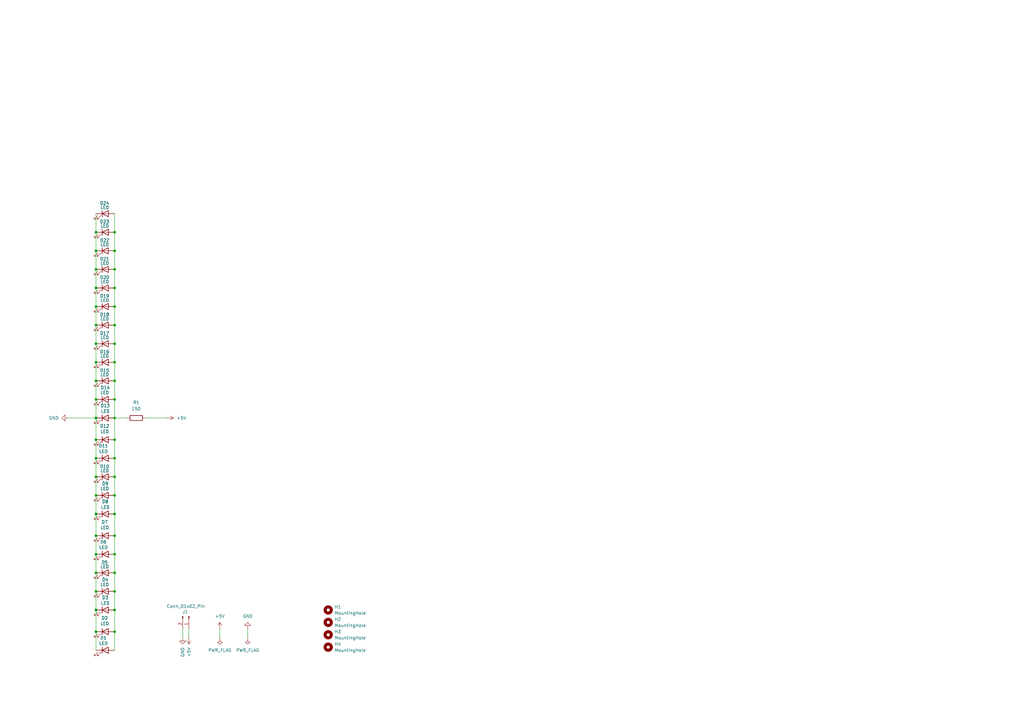
<source format=kicad_sch>
(kicad_sch (version 20231120) (generator "eeschema") (generator_version "8.0")
  (paper "A3")
  (lib_symbols
    (symbol "Connector:Conn_01x02_Pin" (pin_names (offset 1.016) hide)
      (property "Reference" "J" (at 0 2.54 0))
      (property "Value" "Conn_01x02_Pin" (at 0 -5.08 0))
      (symbol "Conn_01x02_Pin_1_1"
        (polyline (pts (xy 1.27 -2.54) (xy 0.8636 -2.54)) (stroke (width 0.1524)))
        (polyline (pts (xy 1.27 0) (xy 0.8636 0)) (stroke (width 0.1524)))
        (rectangle (start 0.8636 -2.413) (end 0 -2.667) (stroke (width 0.1524)) (fill (type outline)))
        (rectangle (start 0.8636 0.127) (end 0 -0.127) (stroke (width 0.1524)) (fill (type outline)))
        (pin passive line (at 5.08 0 180) (length 3.81) (name "Pin_1") (number "1"))
        (pin passive line (at 5.08 -2.54 180) (length 3.81) (name "Pin_2") (number "2"))
      )
    )
    (symbol "Device:LED" (pin_numbers hide) (pin_names (offset 1.016) hide)
      (property "Reference" "D" (at 0 2.54 0))
      (property "Value" "LED" (at 0 -2.54 0))
      (symbol "LED_0_1"
        (polyline (pts (xy -1.27 -1.27) (xy -1.27 1.27)) (stroke (width 0.254)))
        (polyline (pts (xy -1.27 0) (xy 1.27 0)))
        (polyline (pts (xy 1.27 -1.27) (xy 1.27 1.27) (xy -1.27 0) (xy 1.27 -1.27)) (stroke (width 0.254)))
        (polyline (pts (xy -3.048 -0.762) (xy -4.572 -2.286) (xy -3.81 -2.286) (xy -4.572 -2.286) (xy -4.572 -1.524)))
        (polyline (pts (xy -1.778 -0.762) (xy -3.302 -2.286) (xy -2.54 -2.286) (xy -3.302 -2.286) (xy -3.302 -1.524)))
      )
      (symbol "LED_1_1"
        (pin passive line (at -3.81 0 0) (length 2.54) (name "K") (number "1"))
        (pin passive line (at 3.81 0 180) (length 2.54) (name "A") (number "2"))
      )
    )
    (symbol "Device:R" (pin_numbers hide) (pin_names (offset 0))
      (property "Reference" "R" (at 2.032 0 90))
      (property "Value" "R" (at 0 0 90))
      (symbol "R_0_1"
        (rectangle (start -1.016 -2.54) (end 1.016 2.54) (stroke (width 0.254)))
      )
      (symbol "R_1_1"
        (pin passive line (at 0 3.81 270) (length 1.27) (name "~") (number "1"))
        (pin passive line (at 0 -3.81 90) (length 1.27) (name "~") (number "2"))
      )
    )
    (symbol "Mechanical:MountingHole" (pin_names (offset 1.016)) (exclude_from_sim yes) (in_bom no)
      (property "Reference" "H" (at 0 5.08 0))
      (property "Value" "MountingHole" (at 0 3.175 0))
      (symbol "MountingHole_0_1"
        (circle (center 0 0) (radius 1.27) (stroke (width 1.27)))
      )
    )
    (symbol "power:+5V" (power) (pin_numbers hide) (pin_names (offset 0) hide)
      (property "Value" "+5V" (at 0 3.556 0))
      (symbol "+5V_0_1"
        (polyline (pts (xy -0.762 1.27) (xy 0 2.54)))
        (polyline (pts (xy 0 0) (xy 0 2.54)))
        (polyline (pts (xy 0 2.54) (xy 0.762 1.27)))
      )
      (symbol "+5V_1_1"
        (pin power_in line (at 0 0 90) (length 0) (name "~") (number "1"))
      )
    )
    (symbol "power:GND" (power) (pin_numbers hide) (pin_names (offset 0) hide)
      (property "Value" "GND" (at 0 -3.81 0))
      (symbol "GND_0_1"
        (polyline (pts (xy 0 0) (xy 0 -1.27) (xy 1.27 -1.27) (xy 0 -2.54) (xy -1.27 -1.27) (xy 0 -1.27)))
      )
      (symbol "GND_1_1"
        (pin power_in line (at 0 0 270) (length 0) (name "~") (number "1"))
      )
    )
    (symbol "power:PWR_FLAG" (power) (pin_numbers hide) (pin_names (offset 0) hide)
      (property "Value" "PWR_FLAG" (at 0 3.81 0))
      (symbol "PWR_FLAG_0_0"
        (pin power_out line (at 0 0 90) (length 0) (name "~") (number "1"))
      )
      (symbol "PWR_FLAG_0_1"
        (polyline (pts (xy 0 0) (xy 0 1.27) (xy -1.016 1.905) (xy 0 2.54) (xy 1.016 1.905) (xy 0 1.27)))
      )
    )
  )
  (junction (at 46.99 148.59))
  (junction (at 39.37 180.34))
  (junction (at 46.99 163.83))
  (junction (at 46.99 156.21))
  (junction (at 46.99 234.95))
  (junction (at 46.99 171.45))
  (junction (at 39.37 250.19))
  (junction (at 39.37 95.25))
  (junction (at 39.37 203.2))
  (junction (at 46.99 133.35))
  (junction (at 46.99 227.33))
  (junction (at 46.99 242.57))
  (junction (at 39.37 187.96))
  (junction (at 46.99 118.11))
  (junction (at 46.99 95.25))
  (junction (at 39.37 242.57))
  (junction (at 39.37 118.11))
  (junction (at 46.99 187.96))
  (junction (at 46.99 259.08))
  (junction (at 46.99 250.19))
  (junction (at 46.99 140.97))
  (junction (at 46.99 180.34))
  (junction (at 39.37 140.97))
  (junction (at 46.99 219.71))
  (junction (at 39.37 133.35))
  (junction (at 46.99 125.73))
  (junction (at 39.37 102.87))
  (junction (at 39.37 163.83))
  (junction (at 39.37 234.95))
  (junction (at 46.99 102.87))
  (junction (at 39.37 125.73))
  (junction (at 39.37 259.08))
  (junction (at 46.99 210.82))
  (junction (at 39.37 195.58))
  (junction (at 46.99 110.49))
  (junction (at 39.37 219.71))
  (junction (at 39.37 156.21))
  (junction (at 46.99 195.58))
  (junction (at 46.99 203.2))
  (junction (at 39.37 148.59))
  (junction (at 39.37 171.45))
  (junction (at 39.37 110.49))
  (junction (at 39.37 227.33))
  (junction (at 39.37 210.82))
  (wire (pts (xy 46.99 219.71) (xy 46.99 227.33)))
  (wire (pts (xy 39.37 234.95) (xy 39.37 242.57)))
  (wire (pts (xy 46.99 180.34) (xy 46.99 187.96)))
  (wire (pts (xy 46.99 250.19) (xy 46.99 259.08)))
  (wire (pts (xy 46.99 259.08) (xy 46.99 266.7)))
  (wire (pts (xy 39.37 227.33) (xy 39.37 234.95)))
  (wire (pts (xy 39.37 195.58) (xy 39.37 203.2)))
  (wire (pts (xy 46.99 125.73) (xy 46.99 133.35)))
  (wire (pts (xy 39.37 242.57) (xy 39.37 250.19)))
  (wire (pts (xy 46.99 118.11) (xy 46.99 125.73)))
  (wire (pts (xy 39.37 148.59) (xy 39.37 156.21)))
  (wire (pts (xy 46.99 227.33) (xy 46.99 234.95)))
  (wire (pts (xy 39.37 156.21) (xy 39.37 163.83)))
  (wire (pts (xy 39.37 210.82) (xy 39.37 219.71)))
  (wire (pts (xy 39.37 259.08) (xy 39.37 266.7)))
  (wire (pts (xy 101.6 257.81) (xy 101.6 261.62)))
  (wire (pts (xy 39.37 125.73) (xy 39.37 133.35)))
  (wire (pts (xy 90.17 257.81) (xy 90.17 261.62)))
  (wire (pts (xy 46.99 171.45) (xy 52.07 171.45)))
  (wire (pts (xy 39.37 140.97) (xy 39.37 148.59)))
  (wire (pts (xy 74.93 257.81) (xy 74.93 261.62)))
  (wire (pts (xy 39.37 171.45) (xy 39.37 180.34)))
  (wire (pts (xy 46.99 87.63) (xy 46.99 95.25)))
  (wire (pts (xy 46.99 203.2) (xy 46.99 210.82)))
  (wire (pts (xy 39.37 133.35) (xy 39.37 140.97)))
  (wire (pts (xy 39.37 219.71) (xy 39.37 227.33)))
  (wire (pts (xy 46.99 171.45) (xy 46.99 180.34)))
  (wire (pts (xy 39.37 203.2) (xy 39.37 210.82)))
  (wire (pts (xy 46.99 102.87) (xy 46.99 110.49)))
  (wire (pts (xy 39.37 250.19) (xy 39.37 259.08)))
  (wire (pts (xy 39.37 102.87) (xy 39.37 110.49)))
  (wire (pts (xy 39.37 187.96) (xy 39.37 195.58)))
  (wire (pts (xy 39.37 95.25) (xy 39.37 102.87)))
  (wire (pts (xy 77.47 257.81) (xy 77.47 261.62)))
  (wire (pts (xy 46.99 133.35) (xy 46.99 140.97)))
  (wire (pts (xy 46.99 148.59) (xy 46.99 156.21)))
  (wire (pts (xy 39.37 163.83) (xy 39.37 171.45)))
  (wire (pts (xy 46.99 195.58) (xy 46.99 203.2)))
  (wire (pts (xy 46.99 234.95) (xy 46.99 242.57)))
  (wire (pts (xy 46.99 140.97) (xy 46.99 148.59)))
  (wire (pts (xy 39.37 110.49) (xy 39.37 118.11)))
  (wire (pts (xy 46.99 110.49) (xy 46.99 118.11)))
  (wire (pts (xy 46.99 210.82) (xy 46.99 219.71)))
  (wire (pts (xy 46.99 95.25) (xy 46.99 102.87)))
  (wire (pts (xy 46.99 187.96) (xy 46.99 195.58)))
  (wire (pts (xy 46.99 242.57) (xy 46.99 250.19)))
  (wire (pts (xy 27.94 171.45) (xy 39.37 171.45)))
  (wire (pts (xy 39.37 118.11) (xy 39.37 125.73)))
  (wire (pts (xy 46.99 156.21) (xy 46.99 163.83)))
  (wire (pts (xy 46.99 163.83) (xy 46.99 171.45)))
  (wire (pts (xy 59.69 171.45) (xy 68.58 171.45)))
  (wire (pts (xy 39.37 180.34) (xy 39.37 187.96)))
  (wire (pts (xy 39.37 87.63) (xy 39.37 95.25)))
  (symbol (lib_id "Device:LED") (at 43.18 133.35 0) (unit 1)
    (property "Reference" "D18" (at 42.926 129.032 0))
    (property "Value" "LED" (at 42.926 130.81 0))
    (property "Footprint" "LED_THT:LED_D5.0mm" (effects (hide yes)))
    (property "Description" "Light emitting diode" (effects (hide yes)))
  )
  (symbol (lib_id "Device:LED") (at 43.18 140.97 0) (unit 1)
    (property "Reference" "D17" (at 42.926 136.652 0))
    (property "Value" "LED" (at 42.926 138.43 0))
    (property "Footprint" "LED_THT:LED_D5.0mm" (effects (hide yes)))
    (property "Description" "Light emitting diode" (effects (hide yes)))
  )
  (symbol (lib_id "Device:LED") (at 43.18 87.63 0) (unit 1)
    (property "Reference" "D24" (at 42.926 83.312 0))
    (property "Value" "LED" (at 42.926 85.09 0))
    (property "Footprint" "LED_THT:LED_D5.0mm" (effects (hide yes)))
    (property "Description" "Light emitting diode" (effects (hide yes)))
  )
  (symbol (lib_id "power:+5V") (at 77.47 261.62 180) (unit 1)
    (property "Reference" "#PWR03" (effects (hide yes)))
    (property "Value" "+5V" (at 77.4701 265.43 90) (effects (justify left)))
    (property "Description" "Power symbol creates a global label with name \"+5V\"" (effects (hide yes)))
  )
  (symbol (lib_id "Device:LED") (at 43.18 250.19 0) (unit 1)
    (property "Reference" "D3" (at 43.18 245.11 0))
    (property "Value" "LED" (at 43.18 247.396 0))
    (property "Footprint" "LED_THT:LED_D5.0mm" (effects (hide yes)))
    (property "Description" "Light emitting diode" (effects (hide yes)))
  )
  (symbol (lib_id "Mechanical:MountingHole") (at 134.62 265.43 0) (unit 1) (exclude_from_sim yes) (in_bom no)
    (property "Reference" "H4" (at 137.16 264.1599 0) (effects (justify left)))
    (property "Value" "MountingHole" (at 137.16 266.6999 0) (effects (justify left)))
    (property "Footprint" "MountingHole:MountingHole_3.2mm_M3" (effects (hide yes)))
    (property "Description" "Mounting Hole without connection" (effects (hide yes)))
  )
  (symbol (lib_id "power:GND") (at 27.94 171.45 270) (unit 1)
    (property "Reference" "#PWR06" (effects (hide yes)))
    (property "Value" "GND" (at 24.13 171.4499 90) (effects (justify right)))
    (property "Description" "Power symbol creates a global label with name \"GND\" , ground" (effects (hide yes)))
  )
  (symbol (lib_id "Device:LED") (at 43.18 227.33 0) (unit 1)
    (property "Reference" "D6" (at 42.418 222.25 0))
    (property "Value" "LED" (at 42.418 224.536 0))
    (property "Footprint" "LED_THT:LED_D5.0mm" (effects (hide yes)))
    (property "Description" "Light emitting diode" (effects (hide yes)))
  )
  (symbol (lib_id "power:PWR_FLAG") (at 101.6 261.62 180) (unit 1)
    (property "Reference" "#FLG01" (effects (hide yes)))
    (property "Value" "PWR_FLAG" (at 101.6 266.7 0))
    (property "Description" "Special symbol for telling ERC where power comes from" (effects (hide yes)))
  )
  (symbol (lib_id "Device:R") (at 55.88 171.45 90) (unit 1)
    (property "Reference" "R1" (at 55.88 165.1 90))
    (property "Value" "150" (at 55.88 167.64 90))
    (property "Footprint" "Resistor_THT:R_Axial_DIN0207_L6.3mm_D2.5mm_P10.16mm_Horizontal" (effects (hide yes)))
    (property "Description" "Resistor" (effects (hide yes)))
  )
  (symbol (lib_id "Device:LED") (at 43.18 180.34 0) (unit 1)
    (property "Reference" "D12" (at 42.926 174.752 0))
    (property "Value" "LED" (at 42.926 177.038 0))
    (property "Footprint" "LED_THT:LED_D5.0mm" (effects (hide yes)))
    (property "Description" "Light emitting diode" (effects (hide yes)))
  )
  (symbol (lib_id "Device:LED") (at 43.18 148.59 0) (unit 1)
    (property "Reference" "D16" (at 42.926 144.272 0))
    (property "Value" "LED" (at 42.926 146.05 0))
    (property "Footprint" "LED_THT:LED_D5.0mm" (effects (hide yes)))
    (property "Description" "Light emitting diode" (effects (hide yes)))
  )
  (symbol (lib_id "Device:LED") (at 43.18 118.11 0) (unit 1)
    (property "Reference" "D20" (at 42.926 113.792 0))
    (property "Value" "LED" (at 42.926 115.57 0))
    (property "Footprint" "LED_THT:LED_D5.0mm" (effects (hide yes)))
    (property "Description" "Light emitting diode" (effects (hide yes)))
  )
  (symbol (lib_id "Mechanical:MountingHole") (at 134.62 260.35 0) (unit 1) (exclude_from_sim yes) (in_bom no)
    (property "Reference" "H3" (at 137.16 259.0799 0) (effects (justify left)))
    (property "Value" "MountingHole" (at 137.16 261.6199 0) (effects (justify left)))
    (property "Footprint" "MountingHole:MountingHole_3.2mm_M3" (effects (hide yes)))
    (property "Description" "Mounting Hole without connection" (effects (hide yes)))
  )
  (symbol (lib_id "Device:LED") (at 43.18 266.7 0) (unit 1)
    (property "Reference" "D1" (at 42.418 261.62 0))
    (property "Value" "LED" (at 42.418 263.906 0))
    (property "Footprint" "LED_THT:LED_D5.0mm" (effects (hide yes)))
    (property "Description" "Light emitting diode" (effects (hide yes)))
  )
  (symbol (lib_id "Device:LED") (at 43.18 125.73 0) (unit 1)
    (property "Reference" "D19" (at 42.926 121.412 0))
    (property "Value" "LED" (at 42.926 123.19 0))
    (property "Footprint" "LED_THT:LED_D5.0mm" (effects (hide yes)))
    (property "Description" "Light emitting diode" (effects (hide yes)))
  )
  (symbol (lib_id "Device:LED") (at 43.18 156.21 0) (unit 1)
    (property "Reference" "D15" (at 42.926 151.892 0))
    (property "Value" "LED" (at 42.926 153.67 0))
    (property "Footprint" "LED_THT:LED_D5.0mm" (effects (hide yes)))
    (property "Description" "Light emitting diode" (effects (hide yes)))
  )
  (symbol (lib_id "power:GND") (at 74.93 261.62 0) (unit 1)
    (property "Reference" "#PWR01" (effects (hide yes)))
    (property "Value" "GND" (at 74.9301 265.43 90) (effects (justify right)))
    (property "Description" "Power symbol creates a global label with name \"GND\" , ground" (effects (hide yes)))
  )
  (symbol (lib_id "Device:LED") (at 43.18 110.49 0) (unit 1)
    (property "Reference" "D21" (at 42.926 106.172 0))
    (property "Value" "LED" (at 42.926 107.95 0))
    (property "Footprint" "LED_THT:LED_D5.0mm" (effects (hide yes)))
    (property "Description" "Light emitting diode" (effects (hide yes)))
  )
  (symbol (lib_id "Device:LED") (at 43.18 234.95 0) (unit 1)
    (property "Reference" "D5" (at 42.926 230.632 0))
    (property "Value" "LED" (at 42.926 232.41 0))
    (property "Footprint" "LED_THT:LED_D5.0mm" (effects (hide yes)))
    (property "Description" "Light emitting diode" (effects (hide yes)))
  )
  (symbol (lib_id "power:GND") (at 101.6 257.81 180) (unit 1)
    (property "Reference" "#PWR04" (effects (hide yes)))
    (property "Value" "GND" (at 101.6 252.73 0))
    (property "Description" "Power symbol creates a global label with name \"GND\" , ground" (effects (hide yes)))
  )
  (symbol (lib_id "power:+5V") (at 90.17 257.81 0) (unit 1)
    (property "Reference" "#PWR02" (effects (hide yes)))
    (property "Value" "+5V" (at 90.17 252.73 0))
    (property "Description" "Power symbol creates a global label with name \"+5V\"" (effects (hide yes)))
  )
  (symbol (lib_id "power:+5V") (at 68.58 171.45 270) (unit 1)
    (property "Reference" "#PWR05" (effects (hide yes)))
    (property "Value" "+5V" (at 72.39 171.4499 90) (effects (justify left)))
    (property "Description" "Power symbol creates a global label with name \"+5V\"" (effects (hide yes)))
  )
  (symbol (lib_id "Mechanical:MountingHole") (at 134.62 250.19 0) (unit 1) (exclude_from_sim yes) (in_bom no)
    (property "Reference" "H1" (at 137.16 248.9199 0) (effects (justify left)))
    (property "Value" "MountingHole" (at 137.16 251.4599 0) (effects (justify left)))
    (property "Footprint" "MountingHole:MountingHole_3.2mm_M3" (effects (hide yes)))
    (property "Description" "Mounting Hole without connection" (effects (hide yes)))
  )
  (symbol (lib_id "Device:LED") (at 43.18 242.57 0) (unit 1)
    (property "Reference" "D4" (at 43.18 237.744 0))
    (property "Value" "LED" (at 42.926 239.776 0))
    (property "Footprint" "LED_THT:LED_D5.0mm" (effects (hide yes)))
    (property "Description" "Light emitting diode" (effects (hide yes)))
  )
  (symbol (lib_id "power:PWR_FLAG") (at 90.17 261.62 180) (unit 1)
    (property "Reference" "#FLG02" (effects (hide yes)))
    (property "Value" "PWR_FLAG" (at 90.17 266.7 0))
    (property "Description" "Special symbol for telling ERC where power comes from" (effects (hide yes)))
  )
  (symbol (lib_id "Device:LED") (at 43.18 187.96 0) (unit 1)
    (property "Reference" "D11" (at 42.418 182.88 0))
    (property "Value" "LED" (at 42.418 185.166 0))
    (property "Footprint" "LED_THT:LED_D5.0mm" (effects (hide yes)))
    (property "Description" "Light emitting diode" (effects (hide yes)))
  )
  (symbol (lib_id "Device:LED") (at 43.18 219.71 0) (unit 1)
    (property "Reference" "D7" (at 42.926 214.122 0))
    (property "Value" "LED" (at 42.926 216.408 0))
    (property "Footprint" "LED_THT:LED_D5.0mm" (effects (hide yes)))
    (property "Description" "Light emitting diode" (effects (hide yes)))
  )
  (symbol (lib_id "Device:LED") (at 43.18 210.82 0) (unit 1)
    (property "Reference" "D8" (at 43.18 205.74 0))
    (property "Value" "LED" (at 43.18 208.026 0))
    (property "Footprint" "LED_THT:LED_D5.0mm" (effects (hide yes)))
    (property "Description" "Light emitting diode" (effects (hide yes)))
  )
  (symbol (lib_id "Device:LED") (at 43.18 195.58 0) (unit 1)
    (property "Reference" "D10" (at 42.926 191.262 0))
    (property "Value" "LED" (at 42.926 193.04 0))
    (property "Footprint" "LED_THT:LED_D5.0mm" (effects (hide yes)))
    (property "Description" "Light emitting diode" (effects (hide yes)))
  )
  (symbol (lib_id "Device:LED") (at 43.18 171.45 0) (unit 1)
    (property "Reference" "D13" (at 43.18 166.37 0))
    (property "Value" "LED" (at 43.18 168.656 0))
    (property "Footprint" "LED_THT:LED_D5.0mm" (effects (hide yes)))
    (property "Description" "Light emitting diode" (effects (hide yes)))
  )
  (symbol (lib_id "Device:LED") (at 43.18 163.83 0) (unit 1)
    (property "Reference" "D14" (at 43.18 159.004 0))
    (property "Value" "LED" (at 42.926 161.036 0))
    (property "Footprint" "LED_THT:LED_D5.0mm" (effects (hide yes)))
    (property "Description" "Light emitting diode" (effects (hide yes)))
  )
  (symbol (lib_id "Device:LED") (at 43.18 102.87 0) (unit 1)
    (property "Reference" "D22" (at 42.926 98.552 0))
    (property "Value" "LED" (at 42.926 100.33 0))
    (property "Footprint" "LED_THT:LED_D5.0mm" (effects (hide yes)))
    (property "Description" "Light emitting diode" (effects (hide yes)))
  )
  (symbol (lib_id "Connector:Conn_01x02_Pin") (at 77.47 252.73 270) (unit 1)
    (property "Reference" "J1" (at 75.946 250.952 90))
    (property "Value" "Conn_01x02_Pin" (at 76.2 248.666 90))
    (property "Footprint" "Connector_PinHeader_2.54mm:PinHeader_1x02_P2.54mm_Vertical" (effects (hide yes)))
    (property "Description" "Generic connector, single row, 01x02, script generated" (effects (hide yes)))
  )
  (symbol (lib_id "Device:LED") (at 43.18 203.2 0) (unit 1)
    (property "Reference" "D9" (at 43.18 198.374 0))
    (property "Value" "LED" (at 42.926 200.406 0))
    (property "Footprint" "LED_THT:LED_D5.0mm" (effects (hide yes)))
    (property "Description" "Light emitting diode" (effects (hide yes)))
  )
  (symbol (lib_id "Mechanical:MountingHole") (at 134.62 255.27 0) (unit 1) (exclude_from_sim yes) (in_bom no)
    (property "Reference" "H2" (at 137.16 253.9999 0) (effects (justify left)))
    (property "Value" "MountingHole" (at 137.16 256.5399 0) (effects (justify left)))
    (property "Footprint" "MountingHole:MountingHole_3.2mm_M3" (effects (hide yes)))
    (property "Description" "Mounting Hole without connection" (effects (hide yes)))
  )
  (symbol (lib_id "Device:LED") (at 43.18 259.08 0) (unit 1)
    (property "Reference" "D2" (at 42.926 253.492 0))
    (property "Value" "LED" (at 42.926 255.778 0))
    (property "Footprint" "LED_THT:LED_D5.0mm" (effects (hide yes)))
    (property "Description" "Light emitting diode" (effects (hide yes)))
  )
  (symbol (lib_id "Device:LED") (at 43.18 95.25 0) (unit 1)
    (property "Reference" "D23" (at 42.926 90.932 0))
    (property "Value" "LED" (at 42.926 92.71 0))
    (property "Footprint" "LED_THT:LED_D5.0mm" (effects (hide yes)))
    (property "Description" "Light emitting diode" (effects (hide yes)))
  )
)
</source>
